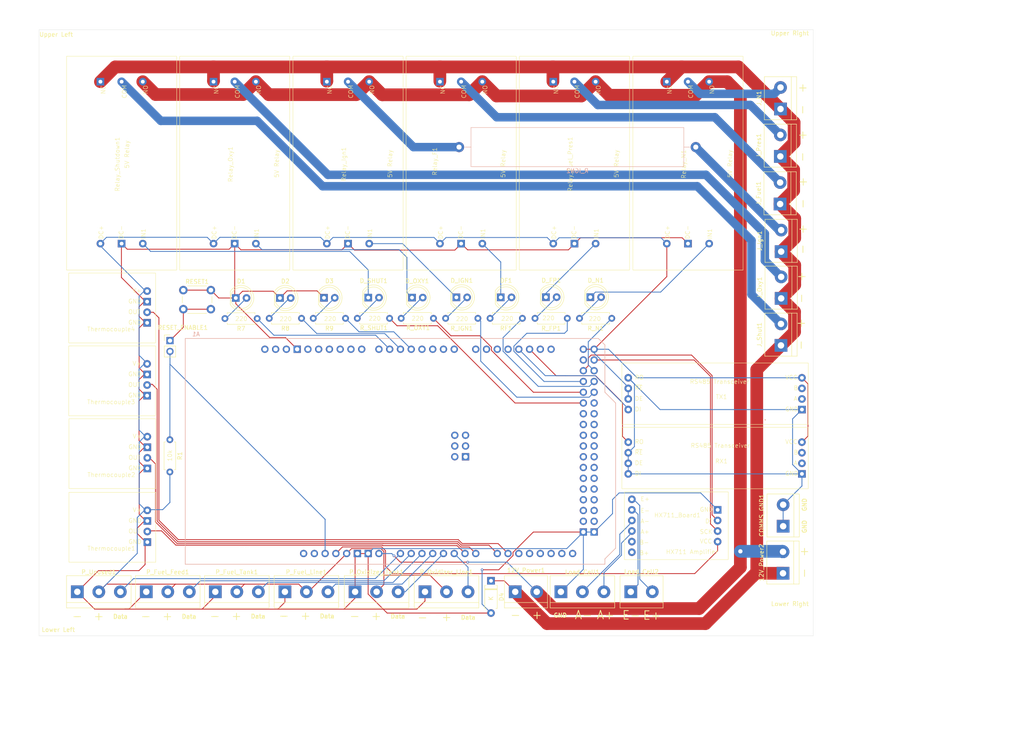
<source format=kicad_pcb>
(kicad_pcb (version 20240108) (generator "pcbnew") (generator_version "8.0")
  (title_block (title "Hole Placement Diagram") (date "2025-02-08") (rev "1.0.0"))
  (layers (0 "F.Cu" signal) (31 "B.Cu" signal) (34 "B.Paste" user) (35 "F.Paste" user) (36 "B.SilkS" user "B.Silkscreen") (37 "F.SilkS" user "F.Silkscreen") (38 "B.Mask" user) (39 "F.Mask" user) (44 "Edge.Cuts" user))
  (net 0 "")
  (net 1 "Net-(12V_Power1-Pin_1)")
  (net 5 "Net-(A1-PadD29)")
  (net 7 "Net-(A1-PadD4)")
  (net 10 "Net-(P_Fuel_Tank1-Pin_3)")
  (net 17 "Net-(A1-PadD24)")
  (net 22 "Net-(A1-PadD27)")
  (net 25 "Net-(A1-D19{slash}RX1)")
  (net 32 "Net-(A1-PadA7)")
  (net 33 "Net-(P_Oxidizer_Line1-Pin_3)")
  (net 37 "Net-(A1-RESET)")
  (net 39 "Net-(A1-PadD5)")
  (net 41 "Net-(A1-PadA8)")
  (net 42 "Net-(A1-PadD23)")
  (net 43 "Net-(P_Fuel_Line1-Pin_3)")
  (net 45 "Net-(P_Oxidizer_Tank1-Pin_3)")
  (net 49 "Net-(A1-PadD28)")
  (net 52 "Net-(A1-PadD25)")
  (net 53 "Net-(A1-PadD26)")
  (net 54 "Net-(A1-3.3V)")
  (net 55 "Net-(A1-PadA6)")
  (net 56 "Net-(P_Unused1-Pin_3)")
  (net 58 "Net-(A1-D18{slash}TX1)")
  (net 67 "Net-(P_Fuel_Feed1-Pin_2)")
  (net 71 "Net-(A1-PadD6)")
  (net 79 "Net-(A1-PadA9)")
  (net 82 "Net-(A1-PadD30)")
  (net 84 "Net-(P_Fuel_Feed1-Pin_3)")
  (net 85 "Net-(COMMS_GND1-Pin_1)")
  (net 86 "Net-(D1-A)")
  (net 87 "Net-(D2-A)")
  (net 88 "Net-(D3-A)")
  (net 89 "Net-(DF1-K)")
  (net 90 "Net-(DF1-A)")
  (net 91 "Net-(D_FP1-K)")
  (net 92 "Net-(D_FP1-A)")
  (net 93 "Net-(D_N1-A)")
  (net 94 "Net-(D_N1-K)")
  (net 95 "Net-(D_OXY1-A)")
  (net 96 "Net-(D_OXY1-K)")
  (net 98 "Net-(Load_Cell2-Pin_1)")
  (net 100 "Net-(Load_Cell2-Pin_2)")
  (net 101 "Net-(Load_Cell1-Pin_3)")
  (net 102 "Net-(J_Fuel1-Pin_2)")
  (net 103 "Net-(J_N1-Pin_2)")
  (net 104 "Net-(J_Oxy1-Pin_2)")
  (net 105 "Net-(J_Pres1-Pin_2)")
  (net 106 "Net-(R_IGN2-Pad1)")
  (net 107 "RS485 RX A")
  (net 108 "RS485 RX B")
  (net 109 "RS485 TX A")
  (net 110 "RS485 TX B")
  (net 111 "Net-(12V_Power1-Pin_2)")
  (net 112 "Net-(Load_Cell1-Pin_2)")
  (net 113 "Net-(J_Ign1-Pin_2)")
  (net 114 "Net-(J_Shut1-Pin_2)")
  (net 115 "Net-(D1-K)")
  (net 116 "Net-(D_IGN1-K)")
  (net 117 "Net-(D_IGN1-A)")
  (net 118 "Net-(D_SHUT1-A)")
  (net 119 "Net-(D_SHUT1-K)")
  (net 120 "Net-(RESET_ENABLE1-A)")
  (footprint "ValveControl:Relay" (layer "F.Cu") (at 78.5 52 90)
    (property "Reference" "Relay_Oxy1")
    (property "Value" "~")
  )
  (footprint "TerminalBlock:TerminalBlock_bornier-3_P5.08mm" (layer "F.Cu") (at 90.85 153)
    (property "Reference" "P_Fuel_Line1")
    (property "Value" "Pressure Transducer")
  )
  (footprint "ValveControl:Relay" (layer "F.Cu") (at 185.5 52 90)
    (property "Reference" "Relay_N1")
    (property "Value" "~")
  )
  (footprint "TerminalBlock:TerminalBlock_bornier-2_P5.08mm" (layer "F.Cu") (at 207.85 38.95 90)
    (property "Reference" "J_N1")
    (property "Value" "Nitrogen Valve")
  )
  (footprint "Communications:RS485_Transceiver" (layer "F.Cu") (at 193.9 107.45)
    (property "Reference" "TX1")
    (property "Value" "TX_MAX485")
  )
  (footprint "ValveControl:Relay" (layer "F.Cu") (at 105.25 52 90)
    (property "Reference" "Relay_Ign1")
    (property "Value" "~")
  )
  (footprint "TerminalBlock:TerminalBlock_bornier-2_P5.08mm" (layer "F.Cu") (at 208 83.69 90)
    (property "Reference" "J_Oxy1")
    (property "Value" "Oxidizer")
  )
  (footprint "MountingHole:MountingHole_2.1mm" (layer "F.Cu") (at 211.15 24.25)
    (property "Reference" "Upper Right")
    (property "Value" "MountingHole_2.1mm")
  )
  (footprint "Connector_PinHeader_2.54mm:PinHeader_1x02_P2.54mm_Vertical" (layer "F.Cu") (at 63.72 93.67)
    (property "Reference" "RESET_ENABLE1")
    (property "Value" "Jumper_2_Open")
  )
  (footprint "TerminalBlock:TerminalBlock_bornier-2_P5.08mm" (layer "F.Cu") (at 172.5 153)
    (property "Reference" "Load_Cell2")
    (property "Value" "Screw_Terminal_01x02")
  )
  (footprint "MountingHole:MountingHole_2.1mm" (layer "F.Cu") (at 36.85 24.25)
    (property "Reference" "Upper Left")
    (property "Value" "MountingHole_2.1mm")
  )
  (footprint "Resistor_THT:R_Axial_DIN0207_L6.3mm_D2.5mm_P7.62mm_Horizontal" (layer "F.Cu") (at 115.56 88.4 180)
    (property "Reference" "R_SHUT1")
    (property "Value" "R")
  )
  (footprint "Resistor_THT:R_Axial_DIN0207_L6.3mm_D2.5mm_P7.62mm_Horizontal" (layer "F.Cu") (at 139.29 88.4)
    (property "Reference" "RF1")
    (property "Value" "R")
  )
  (footprint "Sensors:AD8495" (layer "F.Cu") (at 49.82 102.16)
    (property "Reference" "Thermocouple3")
    (property "Value" "~" (hide yes))
  )
  (footprint "ValveControl:Relay" (layer "F.Cu") (at 51.8 52 90)
    (property "Reference" "Relay_Shutdown1")
    (property "Value" "~")
  )
  (footprint "TerminalBlock:TerminalBlock_bornier-2_P5.08mm" (layer "F.Cu") (at 208.47 137.51 90)
    (property "Reference" "COMMS_GND1")
    (property "Value" "GND")
  )
  (footprint "LED_THT:LED_D5.0mm" (layer "F.Cu") (at 89.675 83.6)
    (property "Reference" "D2")
    (property "Value" "LED")
  )
  (footprint "LED_THT:LED_D5.0mm" (layer "F.Cu") (at 110.525 83.5)
    (property "Reference" "D_SHUT1")
    (property "Value" "LED")
  )
  (footprint "Resistor_THT:R_Axial_DIN0207_L6.3mm_D2.5mm_P7.62mm_Horizontal" (layer "F.Cu") (at 168.01 88.4 180)
    (property "Reference" "R_N1")
    (property "Value" "R")
  )
  (footprint "MountingHole:MountingHole_2.1mm" (layer "F.Cu") (at 125.05 23.8)
    (property "Reference" "REF**" (hide yes))
    (property "Value" "MountingHole_2.1mm")
  )
  (footprint "TerminalBlock:TerminalBlock_bornier-3_P5.08mm" (layer "F.Cu") (at 74.42 153)
    (property "Reference" "P_Fuel_Tank1")
    (property "Value" "Pressure Transducer")
  )
  (footprint "Resistor_THT:R_Axial_DIN0207_L6.3mm_D2.5mm_P7.62mm_Horizontal" (layer "F.Cu") (at 157.51 88.4 180)
    (property "Reference" "R_FP1")
    (property "Value" "R")
  )
  (footprint "Communications:RS485_Transceiver" (layer "F.Cu") (at 193.9 122.65)
    (property "Reference" "RX1")
    (property "Value" "RX_MAX485")
  )
  (footprint "Resistor_THT:R_Axial_DIN0207_L6.3mm_D2.5mm_P7.62mm_Horizontal" (layer "F.Cu") (at 136.41 88.4 180)
    (property "Reference" "R_IGN1")
    (property "Value" "R200")
  )
  (footprint "LED_THT:LED_D5.0mm" (layer "F.Cu") (at 141.8 83.45)
    (property "Reference" "DF1")
    (property "Value" "LED")
  )
  (footprint "TerminalBlock:TerminalBlock_bornier-3_P5.08mm" (layer "F.Cu") (at 58.12 153)
    (property "Reference" "P_Fuel_Feed1")
    (property "Value" "Pressure Transducer")
  )
  (footprint "Resistor_THT:R_Axial_DIN0207_L6.3mm_D2.5mm_P7.62mm_Horizontal" (layer "F.Cu") (at 105.16 88.4 180)
    (property "Reference" "R9")
    (property "Value" "R")
  )
  (footprint "LED_THT:LED_D5.0mm" (layer "F.Cu") (at 100.075 83.55)
    (property "Reference" "D3")
    (property "Value" "LED")
  )
  (footprint "Resistor_THT:R_Axial_DIN0207_L6.3mm_D2.5mm_P7.62mm_Horizontal" (layer "F.Cu") (at 94.77 88.4 180)
    (property "Reference" "R8")
    (property "Value" "R")
  )
  (footprint "TerminalBlock:TerminalBlock_bornier-2_P5.08mm" (layer "F.Cu") (at 145.22 153)
    (property "Reference" "12V_Power1")
    (property "Value" "12V Power")
  )
  (footprint "Sensors:AD8495" (layer "F.Cu") (at 49.82 84.96)
    (property "Reference" "Thermocouple4")
    (property "Value" "~" (hide yes))
  )
  (footprint "TerminalBlock:TerminalBlock_bornier-2_P5.08mm" (layer "F.Cu") (at 208 72.64 90)
    (property "Reference" "J_Ign1")
    (property "Value" "Igniter")
  )
  (footprint "Resistor_THT:R_Axial_DIN0207_L6.3mm_D2.5mm_P7.62mm_Horizontal" (layer "F.Cu") (at 84.31 88.45 180)
    (property "Reference" "R7")
    (property "Value" "R")
  )
  (footprint "TerminalBlock:TerminalBlock_bornier-3_P5.08mm" (layer "F.Cu") (at 107.42 153)
    (property "Reference" "P_Oxidizer_Tank1")
    (property "Value" "Pressure Transducer")
  )
  (footprint "LED_THT:LED_D5.0mm" (layer "F.Cu") (at 120.85 83.5)
    (property "Reference" "D_OXY1")
    (property "Value" "LED")
  )
  (footprint "Button_Switch_THT:SW_PUSH_6mm" (layer "F.Cu") (at 66.87 81.74)
    (property "Reference" "RESET1")
    (property "Value" "Reset")
  )
  (footprint "TerminalBlock:TerminalBlock_bornier-3_P5.08mm" (layer "F.Cu") (at 156 153)
    (property "Reference" "Load_Cell1")
    (property "Value" "Screw_Terminal_01x03")
  )
  (footprint "Resistor_THT:R_Axial_DIN0207_L6.3mm_D2.5mm_P7.62mm_Horizontal" (layer "F.Cu") (at 63.69 117.07 -90)
    (property "Reference" "R1")
    (property "Value" "R")
  )
  (footprint "Sensors:HX711" (layer "F.Cu") (at 183.5 135.4)
    (property "Reference" "HX711_Board1")
    (property "Value" "~")
  )
  (footprint "ValveControl:Relay" (layer "F.Cu") (at 158.7 52 90)
    (property "Reference" "Relay_Fuel_Pres1")
    (property "Value" "~")
  )
  (footprint "ValveControl:Relay" (layer "F.Cu") (at 131.95 52 90)
    (property "Reference" "Relay_F1")
    (property "Value" "~")
  )
  (footprint "TerminalBlock:TerminalBlock_bornier-2_P5.08mm" (layer "F.Cu") (at 207.8 50.15 90)
    (property "Reference" "J_Pres1")
    (property "Value" "Fuel Pressuization")
  )
  (footprint "TerminalBlock:TerminalBlock_bornier-2_P5.08mm" (layer "F.Cu") (at 207.75 61.4 90)
    (property "Reference" "J_Fuel1")
    (property "Value" "Fuel")
  )
  (footprint "Sensors:AD8495" (layer "F.Cu") (at 49.87 119.36)
    (property "Reference" "Thermocouple2")
    (property "Value" "~" (hide yes))
  )
  (footprint "MountingHole:MountingHole_2.1mm" (layer "F.Cu") (at 36.85 159.35)
    (property "Reference" "Lower Left")
    (property "Value" "MountingHole_2.1mm")
  )
  (footprint "Resistor_THT:R_Axial_DIN0207_L6.3mm_D2.5mm_P7.62mm_Horizontal" (layer "F.Cu") (at 118.3 88.4)
    (property "Reference" "R_OXY1")
    (property "Value" "R")
  )
  (footprint "LED_THT:LED_D5.0mm" (layer "F.Cu") (at 79.25 83.6)
    (property "Reference" "D1")
    (property "Value" "LED")
  )
  (footprint "LED_THT:LED_D5.0mm" (layer "F.Cu") (at 162.95 83.4)
    (property "Reference" "D_N1")
    (property "Value" "LED")
  )
  (footprint "TerminalBlock:TerminalBlock_bornier-2_P5.08mm" (layer "F.Cu") (at 208.43 148.63 90)
    (property "Reference" "12V_Power2")
    (property "Value" "12V Aux Power")
  )
  (footprint "Diode_THT:D_A-405_P7.62mm_Horizontal" (layer "F.Cu") (at 139.5 150.4 -90)
    (property "Reference" "D4")
    (property "Value" "D")
  )
  (footprint "Arduino:Arduino_Mega2560_R3_Shield" (layer "F.Cu") (at 67.324 146.5)
    (property "Reference" "A1")
    (property "Value" "Arduino_Mega2560_R3_Shield")
  )
  (footprint "LED_THT:LED_D5.0mm" (layer "F.Cu") (at 131.325 83.45)
    (property "Reference" "D_IGN1")
    (property "Value" "LED")
  )
  (footprint "TerminalBlock:TerminalBlock_bornier-3_P5.08mm" (layer "F.Cu") (at 41.84 153)
    (property "Reference" "P_Unused1")
    (property "Value" "Pressure Transducer")
  )
  (footprint "TerminalBlock:TerminalBlock_bornier-2_P5.08mm" (layer "F.Cu") (at 207.95 94.8 90)
    (property "Reference" "J_Shut1")
    (property "Value" "Shutdown Valve")
  )
  (footprint "MountingHole:MountingHole_2.1mm" (layer "F.Cu") (at 211.15 159.35)
    (property "Reference" "Lower Right")
    (property "Value" "MountingHole_2.1mm")
  )
  (footprint "Sensors:AD8495" (layer "F.Cu") (at 49.87 136.76)
    (property "Reference" "Thermocouple1")
    (property "Value" "~" (hide yes))
  )
  (footprint "LED_THT:LED_D5.0mm" (layer "F.Cu") (at 152.46 83.4)
    (property "Reference" "D_FP1")
    (property "Value" "LED")
  )
  (footprint "MountingHole:MountingHole_2.1mm" (layer "F.Cu") (at 125.95 159.85)
    (property "Reference" "REF**" (hide yes))
    (property "Value" "MountingHole_2.1mm" (hide yes))
  )
  (footprint "TerminalBlock:TerminalBlock_bornier-3_P5.08mm" (layer "F.Cu") (at 123.92 153)
    (property "Reference" "P_Oxidizer_Line1")
    (property "Value" "Pressure Transducer")
  )
  (footprint "Resistor_THT:R_Axial_Power_L50.0mm_W9.0mm_P55.88mm" (layer "B.Cu") (at 131.96 47.95)
    (property "Reference" "R_IGN2")
    (property "Value" "10R 10W")
  )
  (gr_rect (start 32.8 20.2) (end 215.58 163.4) (stroke (width 0.05)) (fill none) (layer "Edge.Cuts"))
  (gr_text "220" (at 89.54 89.13 0) (layer "F.SilkS") (effects (font (size 1 1) (thickness 0.1)) (justify left bottom)))
  (gr_text "+" (at 211.8 68.35 0) (layer "F.SilkS") (effects (font (size 2 2) (thickness 0.2)) (justify left bottom)))
  (gr_text "Data\n\n" (at 66.4 161.05 0) (layer "F.SilkS") (effects (font (size 1 1) (thickness 0.2) (bold yes)) (justify left bottom)))
  (gr_text "+\n" (at 78.05 159.85 0) (layer "F.SilkS") (effects (font (size 2 2) (thickness 0.2)) (justify left bottom)))
  (gr_text "+\n" (at 149 159.6 0) (layer "F.SilkS") (effects (font (size 2 2) (thickness 0.2)) (justify left bottom)))
  (gr_text "220" (at 100.02 89.09 0) (layer "F.SilkS") (effects (font (size 1 1) (thickness 0.1)) (justify left bottom)))
  (gr_text "A-" (at 159.15 159.65 0) (layer "F.SilkS") (effects (font (size 2 2) (thickness 0.2)) (justify left bottom)))
  (gr_text "Data\n\n" (at 82.7 161 0) (layer "F.SilkS") (effects (font (size 1 1) (thickness 0.2) (bold yes)) (justify left bottom)))
  (gr_text "220" (at 131.17 89.11 0) (layer "F.SilkS") (effects (font (size 1 1) (thickness 0.1)) (justify left bottom)))
  (gr_text "Data\n\n" (at 50.2 161.05 0) (layer "F.SilkS") (effects (font (size 1 1) (thickness 0.2) (bold yes)) (justify left bottom)))
  (gr_text "-\n" (at 56.65 159.9 0) (layer "F.SilkS") (effects (font (size 2 2) (thickness 0.2)) (justify left bottom)))
  (gr_text "+\n" (at 127.65 160.1 0) (layer "F.SilkS") (effects (font (size 2 2) (thickness 0.2)) (justify left bottom)))
  (gr_text "220" (at 120.69 89.02 0) (layer "F.SilkS") (effects (font (size 1 1) (thickness 0.1)) (justify left bottom)))
  (gr_text "-" (at 214.2 62.7 90) (layer "F.SilkS") (effects (font (size 2 2) (thickness 0.2)) (justify left bottom)))
  (gr_text "+" (at 211.85 57.2 0) (layer "F.SilkS") (effects (font (size 2 2) (thickness 0.2)) (justify left bottom)))
  (gr_text "GND" (at 214.09 134.08 90) (layer "F.SilkS") (effects (font (size 1 1) (thickness 0.2)) (justify left bottom)))
  (gr_text "-" (at 213.85 85.05 90) (layer "F.SilkS") (effects (font (size 2 2) (thickness 0.2)) (justify left bottom)))
  (gr_text "-" (at 214.1 51.65 90) (layer "F.SilkS") (effects (font (size 2 2) (thickness 0.2)) (justify left bottom)))
  (gr_text "220" (at 162.52 89.09 0) (layer "F.SilkS") (effects (font (size 1 1) (thickness 0.1)) (justify left bottom)))
  (gr_text "-" (at 213.75 96.1 90) (layer "F.SilkS") (effects (font (size 2 2) (thickness 0.2)) (justify left bottom)))
  (gr_text "+\n" (at 45.55 159.9 0) (layer "F.SilkS") (effects (font (size 2 2) (thickness 0.2)) (justify left bottom)))
  (gr_text "GND" (at 214.09 139.26 90) (layer "F.SilkS") (effects (font (size 1 1) (thickness 0.2)) (justify left bottom)))
  (gr_text "+\n" (at 111.05 159.85 0) (layer "F.SilkS") (effects (font (size 2 2) (thickness 0.2)) (justify left bottom)))
  (gr_text "Data\n\n" (at 115.7 161 0) (layer "F.SilkS") (effects (font (size 1 1) (thickness 0.2) (bold yes)) (justify left bottom)))
  (gr_text "A+\n" (at 164.35 159.65 0) (layer "F.SilkS") (effects (font (size 2 2) (thickness 0.2) (bold yes)) (justify left bottom)))
  (gr_text "Data\n\n" (at 132.3 161.25 0) (layer "F.SilkS") (effects (font (size 1 1) (thickness 0.2) (bold yes)) (justify left bottom)))
  (gr_text "220" (at 79.06 89.09 0) (layer "F.SilkS") (effects (font (size 1 1) (thickness 0.1)) (justify left bottom)))
  (gr_text "-\n" (at 105.95 159.85 0) (layer "F.SilkS") (effects (font (size 2 2) (thickness 0.2)) (justify left bottom)))
  (gr_text "-\n" (at 143.9 159.6 0) (layer "F.SilkS") (effects (font (size 2 2) (thickness 0.2)) (justify left bottom)))
  (gr_text "E+" (at 175.25 159.75 0) (layer "F.SilkS") (effects (font (size 2 2) (thickness 0.2) (bold yes)) (justify left bottom)))
  (gr_text "E-\n" (at 170.35 159.7 0) (layer "F.SilkS") (effects (font (size 2 2) (thickness 0.2)) (justify left bottom)))
  (gr_text "-" (at 214.1 40.5 90) (layer "F.SilkS") (effects (font (size 2 2) (thickness 0.2)) (justify left bottom)))
  (gr_text "+\n" (at 94.35 159.8 0) (layer "F.SilkS") (effects (font (size 2 2) (thickness 0.2)) (justify left bottom)))
  (gr_text "220" (at 151.57 88.94 0) (layer "F.SilkS") (effects (font (size 1 1) (thickness 0.1)) (justify left bottom)))
  (gr_text "Data\n\n" (at 99 160.95 0) (layer "F.SilkS") (effects (font (size 1 1) (thickness 0.2) (bold yes)) (justify left bottom)))
  (gr_text "+\n" (at 214.53 144.87 90) (layer "F.SilkS") (effects (font (size 2 2) (thickness 0.2)) (justify left bottom)))
  (gr_text "220" (at 141.84 89.05 0) (layer "F.SilkS") (effects (font (size 1 1) (thickness 0.1)) (justify left bottom)))
  (gr_text "+" (at 211.75 46.15 0) (layer "F.SilkS") (effects (font (size 2 2) (thickness 0.2)) (justify left bottom)))
  (gr_text "GND" (at 154.2 159.15 0) (layer "F.SilkS") (effects (font (size 1 1) (thickness 0.2)) (justify left bottom)))
  (gr_text "220" (at 110.56 89.02 0) (layer "F.SilkS") (effects (font (size 1 1) (thickness 0.1)) (justify left bottom)))
  (gr_text "-\n" (at 214.53 149.97 90) (layer "F.SilkS") (effects (font (size 2 2) (thickness 0.2)) (justify left bottom)))
  (gr_text "-\n" (at 72.95 159.85 0) (layer "F.SilkS") (effects (font (size 2 2) (thickness 0.2)) (justify left bottom)))
  (gr_text "10k" (at 64.27 122.26 90) (layer "F.SilkS") (effects (font (size 1 1) (thickness 0.1)) (justify left bottom)))
  (gr_text "+" (at 211.4 90.6 0) (layer "F.SilkS") (effects (font (size 2 2) (thickness 0.2)) (justify left bottom)))
  (gr_text "+" (at 211.5 79.55 0) (layer "F.SilkS") (effects (font (size 2 2) (thickness 0.2)) (justify left bottom)))
  (gr_text "-\n" (at 40.45 159.9 0) (layer "F.SilkS") (effects (font (size 2 2) (thickness 0.2)) (justify left bottom)))
  (gr_text "-" (at 214.15 73.45 90) (layer "F.SilkS") (effects (font (size 2 2) (thickness 0.2)) (justify left bottom)))
  (gr_text "+\n" (at 61.75 159.9 0) (layer "F.SilkS") (effects (font (size 2 2) (thickness 0.2)) (justify left bottom)))
  (gr_text "+" (at 211.75 35 0) (layer "F.SilkS") (effects (font (size 2 2) (thickness 0.2)) (justify left bottom)))
  (gr_text "-\n" (at 121.96 160.17 0) (layer "F.SilkS") (effects (font (size 2 2) (thickness 0.2)) (justify left bottom)))
  (gr_text "-\n" (at 89.25 159.8 0) (layer "F.SilkS") (effects (font (size 2 2) (thickness 0.2)) (justify left bottom)))
  (segment (start 207.8 50.15) (end 211.05 46.9) (width 3) (layer "F.Cu") (net 1))
  (segment (start 211.15 86.84) (end 208 83.69) (width 3) (layer "F.Cu") (net 1))
  (segment (start 142.62 150.4) (end 145.22 153) (width 0.2) (layer "F.Cu") (net 1))
  (segment (start 152.73 160.51) (end 190.12 160.51) (width 3) (layer "F.Cu") (net 1))
  (segment (start 211.2 64.85) (end 207.75 61.4) (width 3) (layer "F.Cu") (net 1))
  (segment (start 190.12 160.51) (end 201.175 149.455) (width 3) (layer "F.Cu") (net 1))
  (segment (start 211.2 75.84) (end 208 72.64) (width 3) (layer "F.Cu") (net 1))
  (segment (start 211.2 80.49) (end 211.2 75.84) (width 3) (layer "F.Cu") (net 1))
  (segment (start 145.22 153) (end 152.73 160.51) (width 3) (layer "F.Cu") (net 1))
  (segment (start 127.43 29.01) (end 127.43 32.39) (width 3) (layer "F.Cu") (net 1))
  (segment (start 202.24 148.39) (end 202.24 100.51) (width 3) (layer "F.Cu") (net 1))
  (segment (start 211.05 42.15) (end 207.85 38.95) (width 3) (layer "F.Cu") (net 1))
  (segment (start 197.91 29.01) (end 184.49 29.01) (width 3) (layer "F.Cu") (net 1))
  (segment (start 211.15 91.6) (end 211.15 86.84) (width 3) (layer "F.Cu") (net 1))
  (segment (start 154.12 29.01) (end 154.12 32.42) (width 3) (layer "F.Cu") (net 1))
  (segment (start 207.75 61.4) (end 210.95 58.2) (width 3) (layer "F.Cu") (net 1))
  (segment (start 100.74 29.01) (end 100.74 32.36) (width 3) (layer "F.Cu") (net 1))
  (segment (start 73.99 29.01) (end 73.99 32.33) (width 3) (layer "F.Cu") (net 1))
  (segment (start 127.43 29.01) (end 100.74 29.01) (width 3) (layer "F.Cu") (net 1))
  (segment (start 73.99 29.01) (end 50.79 29.01) (width 3) (layer "F.Cu") (net 1))
  (segment (start 208 72.64) (end 211.2 69.44) (width 3) (layer "F.Cu") (net 1))
  (segment (start 201.175 149.455) (end 202 148.63) (width 3) (layer "F.Cu") (net 1))
  (segment (start 139.5 150.4) (end 142.62 150.4) (width 0.2) (layer "F.Cu") (net 1))
  (segment (start 202.24 100.51) (end 207.95 94.8) (width 3) (layer "F.Cu") (net 1))
  (segment (start 73.99 32.33) (end 74 32.33) (width 3) (layer "F.Cu") (net 1))
  (segment (start 184.49 29.01) (end 154.12 29.01) (width 3) (layer "F.Cu") (net 1))
  (segment (start 210.95 53.3) (end 207.8 50.15) (width 3) (layer "F.Cu") (net 1))
  (segment (start 201.175 149.455) (end 202.24 148.39) (width 3) (layer "F.Cu") (net 1))
  (segment (start 184.49 29.01) (end 181 32.5) (width 3) (layer "F.Cu") (net 1))
  (segment (start 210.95 58.2) (end 210.95 53.3) (width 3) (layer "F.Cu") (net 1))
  (segment (start 208 83.69) (end 211.2 80.49) (width 3) (layer "F.Cu") (net 1))
  (segment (start 100.74 32.36) (end 100.75 32.36) (width 3) (layer "F.Cu") (net 1))
  (segment (start 202 148.63) (end 208.43 148.63) (width 3) (layer "F.Cu") (net 1))
  (segment (start 207.85 38.95) (end 197.91 29.01) (width 3) (layer "F.Cu") (net 1))
  (segment (start 50.79 29.01) (end 47.3 32.5) (width 3) (layer "F.Cu") (net 1))
  (segment (start 207.95 94.8) (end 211.15 91.6) (width 3) (layer "F.Cu") (net 1))
  (segment (start 211.05 46.9) (end 211.05 42.15) (width 3) (layer "F.Cu") (net 1))
  (segment (start 154.12 29.01) (end 127.43 29.01) (width 3) (layer "F.Cu") (net 1))
  (segment (start 211.2 69.44) (end 211.2 64.85) (width 3) (layer "F.Cu") (net 1))
  (segment (start 100.74 29.01) (end 73.99 29.01) (width 3) (layer "F.Cu") (net 1))
  (segment (start 162.6804 107.0236) (end 145.582021 107.0236) (width 0.2) (layer "B.Cu") (net 5))
  (segment (start 137.0676 98.509179) (end 137.0676 89.0576) (width 0.2) (layer "B.Cu") (net 5))
  (segment (start 137.0676 89.0576) (end 136.41 88.4) (width 0.2) (layer "B.Cu") (net 5))
  (segment (start 145.582021 107.0236) (end 137.0676 98.509179) (width 0.2) (layer "B.Cu") (net 5))
  (segment (start 163.844 105.86) (end 162.6804 107.0236) (width 0.2) (layer "B.Cu") (net 5))
  (segment (start 108.35 91.59) (end 116.554 91.59) (width 0.2) (layer "B.Cu") (net 7))
  (segment (start 116.554 91.59) (end 120.664 95.7) (width 0.2) (layer "B.Cu") (net 7))
  (segment (start 105.16 88.4) (end 108.35 91.59) (width 0.2) (layer "B.Cu") (net 7))
  (segment (start 86.78 150.8) (end 116.364 150.8) (width 0.2) (layer "B.Cu") (net 10))
  (segment (start 116.364 150.8) (end 123.204 143.96) (width 0.2) (layer "B.Cu") (net 10))
  (segment (start 84.58 153) (end 86.78 150.8) (width 0.2) (layer "B.Cu") (net 10))
  (segment (start 162.4676 97.758021) (end 162.4676 99.6164) (width 0.2) (layer "F.Cu") (net 17))
  (segment (start 163.149221 97.0764) (end 162.4676 97.758021) (width 0.2) (layer "F.Cu") (net 17))
  (segment (start 162.4676 99.6164) (end 161.304 100.78) (width 0.2) (layer "F.Cu") (net 17))
  (segment (start 191.7 101.934314) (end 186.842086 97.0764) (width 0.2) (layer "F.Cu") (net 17))
  (segment (start 186.842086 97.0764) (end 163.149221 97.0764) (width 0.2) (layer "F.Cu") (net 17))
  (segment (start 191.7 134.85) (end 191.7 101.934314) (width 0.2) (layer "F.Cu") (net 17))
  (segment (start 193 136.15) (end 191.7 134.85) (width 0.2) (layer "F.Cu") (net 17))
  (segment (start 162.6804 104.4836) (end 150.662021 104.4836) (width 0.2) (layer "B.Cu") (net 22))
  (segment (start 150.662021 104.4836) (end 142.3604 96.181979) (width 0.2) (layer "B.Cu") (net 22))
  (segment (start 142.3604 92.9496) (end 146.91 88.4) (width 0.2) (layer "B.Cu") (net 22))
  (segment (start 142.3604 96.181979) (end 142.3604 92.9496) (width 0.2) (layer "B.Cu") (net 22))
  (segment (start 163.844 103.32) (end 162.6804 104.4836) (width 0.2) (layer "B.Cu") (net 22))
  (segment (start 164.18 101.9436) (end 154.8476 101.9436) (width 0.2) (layer "F.Cu") (net 25))
  (segment (start 171.9 117.65) (end 170.55 116.3) (width 0.2) (layer "F.Cu") (net 25))
  (segment (start 170.55 116.3) (end 170.55 108.3136) (width 0.2) (layer "F.Cu") (net 25))
  (segment (start 154.8476 101.9436) (end 148.604 95.7) (width 0.2) (layer "F.Cu") (net 25))
  (segment (start 170.55 108.3136) (end 164.18 101.9436) (width 0.2) (layer "F.Cu") (net 25))
  (segment (start 114.046635 141.62) (end 131.589686 141.62) (width 0.2) (layer "F.Cu") (net 32))
  (segment (start 114.023035 141.5964) (end 114.046635 141.62) (width 0.2) (layer "F.Cu") (net 32))
  (segment (start 60.3 122.78) (end 60.3 136.5) (width 0.2) (layer "F.Cu") (net 32))
  (segment (start 132.384843 142.415157) (end 134.359157 142.415157) (width 0.2) (layer "F.Cu") (net 32))
  (segment (start 60.3 136.5) (end 65.3964 141.5964) (width 0.2) (layer "F.Cu") (net 32))
  (segment (start 65.3964 141.5964) (end 114.023035 141.5964) (width 0.2) (layer "F.Cu") (net 32))
  (segment (start 131.589686 141.62) (end 132.384843 142.415157) (width 0.2) (layer "F.Cu") (net 32))
  (segment (start 134.359157 142.415157) (end 135.904 143.96) (width 0.2) (layer "F.Cu") (net 32))
  (segment (start 58.72 121.2) (end 60.3 122.78) (width 0.2) (layer "F.Cu") (net 32))
  (segment (start 57.85 121.2) (end 58.72 121.2) (width 0.2) (layer "F.Cu") (net 32))
  (segment (start 134.08 147.216) (end 130.824 143.96) (width 0.2) (layer "B.Cu") (net 33))
  (segment (start 134.08 153) (end 134.08 147.216) (width 0.2) (layer "B.Cu") (net 33))
  (segment (start 100.344 135.936) (end 100.37 135.91) (width 0.2) (layer "B.Cu") (net 37))
  (segment (start 63.69 117.07) (end 63.69 99.29) (width 0.2) (layer "B.Cu") (net 37))
  (segment (start 63.69 99.29) (end 63.72 99.26) (width 0.2) (layer "B.Cu") (net 37))
  (segment (start 100.37 135.91) (end 63.72 99.26) (width 0.2) (layer "B.Cu") (net 37))
  (segment (start 63.72 99.26) (end 63.72 96.21) (width 0.2) (layer "B.Cu") (net 37))
  (segment (start 100.344 143.96) (end 100.344 135.936) (width 0.2) (layer "B.Cu") (net 37))
  (segment (start 98.36 91.99) (end 114.414 91.99) (width 0.2) (layer "B.Cu") (net 39))
  (segment (start 114.414 91.99) (end 118.124 95.7) (width 0.2) (layer "B.Cu") (net 39))
  (segment (start 94.77 88.4) (end 98.36 91.99) (width 0.2) (layer "B.Cu") (net 39))
  (segment (start 65.59 141.19) (end 131.725372 141.19) (width 0.2) (layer "F.Cu") (net 41))
  (segment (start 132.535372 142) (end 139.024 142) (width 0.2) (layer "F.Cu") (net 41))
  (segment (start 60.7 105.15) (end 60.7 136.3) (width 0.2) (layer "F.Cu") (net 41))
  (segment (start 139.024 142) (end 140.984 143.96) (width 0.2) (layer "F.Cu") (net 41))
  (segment (start 131.725372 141.19) (end 132.535372 142) (width 0.2) (layer "F.Cu") (net 41))
  (segment (start 59.55 104) (end 60.7 105.15) (width 0.2) (layer "F.Cu") (net 41))
  (segment (start 60.7 136.3) (end 65.59 141.19) (width 0.2) (layer "F.Cu") (net 41))
  (segment (start 57.8 104) (end 59.55 104) (width 0.2) (layer "F.Cu") (net 41))
  (segment (start 187.44 98.24) (end 191.3 102.1) (width 0.2) (layer "F.Cu") (net 42))
  (segment (start 163.844 98.24) (end 187.44 98.24) (width 0.2) (layer "F.Cu") (net 42))
  (segment (start 191.3 102.1) (end 191.3 136.95) (width 0.2) (layer "F.Cu") (net 42))
  (segment (start 191.3 136.95) (end 193 138.65) (width 0.2) (layer "F.Cu") (net 42))
  (segment (start 118.504 151.2) (end 125.744 143.96) (width 0.2) (layer "B.Cu") (net 43))
  (segment (start 101 153) (end 102.8 151.2) (width 0.2) (layer "B.Cu") (net 43))
  (segment (start 102.8 151.2) (end 118.504 151.2) (width 0.2) (layer "B.Cu") (net 43))
  (segment (start 117.58 153) (end 119.244 153) (width 0.2) (layer "B.Cu") (net 45))
  (segment (start 119.244 153) (end 128.284 143.96) (width 0.2) (layer "B.Cu") (net 45))
  (segment (start 139.6076 95.969179) (end 139.6076 95.218021) (width 0.2) (layer "F.Cu") (net 49))
  (segment (start 149.498421 105.86) (end 139.6076 95.969179) (width 0.2) (layer "F.Cu") (net 49))
  (segment (start 136.909579 92.52) (end 130.04 92.52) (width 0.2) (layer "F.Cu") (net 49))
  (segment (start 161.304 105.86) (end 149.498421 105.86) (width 0.2) (layer "F.Cu") (net 49))
  (segment (start 139.6076 95.218021) (end 136.909579 92.52) (width 0.2) (layer "F.Cu") (net 49))
  (segment (start 130.04 92.52) (end 125.92 88.4) (width 0.2) (layer "F.Cu") (net 49))
  (segment (start 163.844 100.78) (end 162.4676 99.4036) (width 0.2) (layer "B.Cu") (net 52))
  (segment (start 162.4676 99.4036) (end 162.4676 93.9424) (width 0.2) (layer "B.Cu") (net 52))
  (segment (start 162.4676 93.9424) (end 168.01 88.4) (width 0.2) (layer "B.Cu") (net 52))
  (segment (start 144.9004 94.9796) (end 147.95 91.93) (width 0.2) (layer "B.Cu") (net 53))
  (segment (start 152.038421 103.32) (end 144.9004 96.181979) (width 0.2) (layer "B.Cu") (net 53))
  (segment (start 161.304 103.32) (end 152.038421 103.32) (width 0.2) (layer "B.Cu") (net 53))
  (segment (start 144.9004 96.181979) (end 144.9004 94.9796) (width 0.2) (layer "B.Cu") (net 53))
  (segment (start 157.51 91.28) (end 157.51 88.4) (width 0.2) (layer "B.Cu") (net 53))
  (segment (start 147.95 91.93) (end 156.86 91.93) (width 0.2) (layer "B.Cu") (net 53))
  (segment (start 156.86 91.93) (end 157.51 91.28) (width 0.2) (layer "B.Cu") (net 53))
  (segment (start 114.6076 147.0076) (end 114.6076 143.312335) (width 0.2) (layer "F.Cu") (net 54))
  (segment (start 116.3 148.7) (end 114.6076 147.0076) (width 0.2) (layer "F.Cu") (net 54))
  (segment (start 114.6076 143.312335) (end 113.691665 142.3964) (width 0.2) (layer "F.Cu") (net 54))
  (segment (start 187.6 148.7) (end 116.3 148.7) (width 0.2) (layer "F.Cu") (net 54))
  (segment (start 104.4476 142.3964) (end 102.884 143.96) (width 0.2) (layer "F.Cu") (net 54))
  (segment (start 193 143.3) (end 187.6 148.7) (width 0.2) (layer "F.Cu") (net 54))
  (segment (start 113.691665 142.3964) (end 104.4476 142.3964) (width 0.2) (layer "F.Cu") (net 54))
  (segment (start 193 141.15) (end 193 143.3) (width 0.2) (layer "F.Cu") (net 54))
  (segment (start 57.85 138.6) (end 61.73 138.6) (width 0.2) (layer "F.Cu") (net 55))
  (segment (start 65.1264 141.9964) (end 113.85735 141.9964) (width 0.2) (layer "F.Cu") (net 55))
  (segment (start 113.85735 141.9964) (end 113.95095 142.09) (width 0.2) (layer "F.Cu") (net 55))
  (segment (start 113.95095 142.09) (end 131.494 142.09) (width 0.2) (layer "F.Cu") (net 55))
  (segment (start 61.73 138.6) (end 65.1264 141.9964) (width 0.2) (layer "F.Cu") (net 55))
  (segment (start 131.494 142.09) (end 133.364 143.96) (width 0.2) (layer "F.Cu") (net 55))
  (segment (start 112.184 149.9) (end 118.124 143.96) (width 0.2) (layer "B.Cu") (net 56))
  (segment (start 52 153) (end 55.1 149.9) (width 0.2) (layer "B.Cu") (net 56))
  (segment (start 55.1 149.9) (end 112.184 149.9) (width 0.2) (layer "B.Cu") (net 56))
  (segment (start 164.113179 101.9436) (end 157.1636 101.9436) (width 0.2) (layer "B.Cu") (net 58))
  (segment (start 171.9 109.95) (end 171.9 109.730421) (width 0.2) (layer "B.Cu") (net 58))
  (segment (start 152.304 101.94) (end 146.064 95.7) (width 0.2) (layer "B.Cu") (net 58))
  (segment (start 157.1636 101.9436) (end 157.16 101.94) (width 0.2) (layer "B.Cu") (net 58))
  (segment (start 171.9 109.730421) (end 164.113179 101.9436) (width 0.2) (layer "B.Cu") (net 58))
  (segment (start 157.16 101.94) (end 152.304 101.94) (width 0.2) (layer "B.Cu") (net 58))
  (segment (start 171.9 109.95) (end 171.9 109.100001) (width 0.2) (layer "B.Cu") (net 58))
  (segment (start 214.33 103.88) (end 212.9 102.45) (width 0.2) (layer "F.Cu") (net 67))
  (segment (start 48.72 151.2) (end 46.92 153) (width 0.2) (layer "F.Cu") (net 67))
  (segment (start 114.2076 143.478021) (end 114.2076 149.1) (width 0.2) (layer "F.Cu") (net 67))
  (segment (start 212.9 117.65) (end 214.33 116.22) (width 0.2) (layer "F.Cu") (net 67))
  (segment (start 114.2076 149.1) (end 114.2076 151.2924) (width 0.2) (layer "F.Cu") (net 67))
  (segment (start 105.424 143.96) (end 106.5876 142.7964) (width 0.2) (layer "F.Cu") (net 67))
  (segment (start 81.3 151.2) (end 79.5 153) (width 0.2) (layer "F.Cu") (net 67))
  (segment (start 125.1 149.1) (end 129 153) (width 0.2) (layer "F.Cu") (net 67))
  (segment (start 95.92 153) (end 94.12 151.2) (width 0.2) (layer "F.Cu") (net 67))
  (segment (start 81.3 151.2) (end 65 151.2) (width 0.2) (layer "F.Cu") (net 67))
  (segment (start 114.2076 151.2924) (end 112.5 153) (width 0.2) (layer "F.Cu") (net 67))
  (segment (start 65 151.2) (end 48.72 151.2) (width 0.2) (layer "F.Cu") (net 67))
  (segment (start 106.5876 142.7964) (end 113.525979 142.7964) (width 0.2) (layer "F.Cu") (net 67))
  (segment (start 181 78.544) (end 163.844 95.7) (width 0.2) (layer "F.Cu") (net 67))
  (segment (start 105.424 143.96) (end 96.384 153) (width 0.2) (layer "F.Cu") (net 67))
  (segment (start 181 70.75) (end 181 78.544) (width 0.2) (layer "F.Cu") (net 67))
  (segment (start 96.384 153) (end 95.92 153) (width 0.2) (layer "F.Cu") (net 67))
  (segment (start 94.12 151.2) (end 81.3 151.2) (width 0.2) (layer "F.Cu") (net 67))
  (segment (start 113.525979 142.7964) (end 114.2076 143.478021) (width 0.2) (layer "F.Cu") (net 67))
  (segment (start 163.844 95.7) (end 161.304 95.7) (width 0.2) (layer "F.Cu") (net 67))
  (segment (start 65 151.2) (end 63.2 153) (width 0.2) (layer "F.Cu") (net 67))
  (segment (start 214.33 116.22) (end 214.33 103.88) (width 0.2) (layer "F.Cu") (net 67))
  (segment (start 114.2076 149.1) (end 125.1 149.1) (width 0.2) (layer "F.Cu") (net 67))
  (segment (start 56 135.45) (end 57.85 133.6) (width 0.2) (layer "B.Cu") (net 67))
  (segment (start 56.46 132.21) (end 56.46 117.59) (width 0.2) (layer "B.Cu") (net 67))
  (segment (start 56.44 83.16) (end 57.8 81.8) (width 0.2) (layer "B.Cu") (net 67))
  (segment (start 99.26 69.26) (end 100.75 70.75) (width 0.2) (layer "B.Cu") (net 67))
  (segment (start 57.8 81.8) (end 47.25 71.25) (width 0.2) (layer "B.Cu") (net 67))
  (segment (start 127.45 70.75) (end 128.89 69.31) (width 0.2) (layer "B.Cu") (net 67))
  (segment (start 72.5 69.25) (end 74 70.75) (width 0.2) (layer "B.Cu") (net 67))
  (segment (start 61.99 133.6) (end 63.71 131.88) (width 0.2) (layer "B.Cu") (net 67))
  (segment (start 154.2 70.75) (end 155.59 69.36) (width 0.2) (layer "B.Cu") (net 67))
  (segment (start 163.844 96.594421) (end 163.844 95.7) (width 0.2) (layer "B.Cu") (net 67))
  (segment (start 212.9 102.45) (end 173.99 102.45) (width 0.2) (layer "B.Cu") (net 67))
  (segment (start 56.44 97.14) (end 56.44 83.16) (width 0.2) (layer "B.Cu") (net 67))
  (segment (start 56.46 117.59) (end 57.85 116.2) (width 0.2) (layer "B.Cu") (net 67))
  (segment (start 100.75 70.75) (end 102.2 69.3) (width 0.2) (layer "B.Cu") (net 67))
  (segment (start 57.85 133.6) (end 61.99 133.6) (width 0.2) (layer "B.Cu") (net 67))
  (segment (start 102.2 69.3) (end 126.05 69.3) (width 0.2) (layer "B.Cu") (net 67))
  (segment (start 46.92 153) (end 56 143.92) (width 0.2) (layer "B.Cu") (net 67))
  (segment (start 56.42 114.77) (end 56.42 100.38) (width 0.2) (layer "B.Cu") (net 67))
  (segment (start 57.8 98.5) (end 56.44 97.14) (width 0.2) (layer "B.Cu") (net 67))
  (segment (start 63.69 131.86) (end 63.69 124.69) (width 0.2) (layer "B.Cu") (net 67))
  (segment (start 152.76 69.31) (end 154.2 70.75) (width 0.2) (layer "B.Cu") (net 67))
  (segment (start 75.49 69.26) (end 99.26 69.26) (width 0.2) (layer "B.Cu") (net 67))
  (segment (start 56 143.92) (end 56 135.45) (width 0.2) (layer "B.Cu") (net 67))
  (segment (start 155.59 69.36) (end 179.61 69.36) (width 0.2) (layer "B.Cu") (net 67))
  (segment (start 57.85 116.2) (end 56.42 114.77) (width 0.2) (layer "B.Cu") (net 67))
  (segment (start 171.9 104.95) (end 171.9 104.650421) (width 0.2) (layer "B.Cu") (net 67))
  (segment (start 57.8 99) (end 57.8 98.5) (width 0.2) (layer "B.Cu") (net 67))
  (segment (start 171.9 104.650421) (end 163.844 96.594421) (width 0.2) (layer "B.Cu") (net 67))
  (segment (start 47.25 70.75) (end 48.75 69.25) (width 0.2) (layer "B.Cu") (net 67))
  (segment (start 179.61 69.36) (end 181 70.75) (width 0.2) (layer "B.Cu") (net 67))
  (segment (start 128.89 69.31) (end 152.76 69.31) (width 0.2) (layer "B.Cu") (net 67))
  (segment (start 57.65 81.8) (end 57.8 81.8) (width 0.2) (layer "B.Cu") (net 67))
  (segment (start 63.71 131.88) (end 63.69 131.86) (width 0.2) (layer "B.Cu") (net 67))
  (segment (start 167.24 95.7) (end 163.844 95.7) (width 0.2) (layer "B.Cu") (net 67))
  (segment (start 56.42 100.38) (end 57.8 99) (width 0.2) (layer "B.Cu") (net 67))
  (segment (start 74 70.75) (end 75.49 69.26) (width 0.2) (layer "B.Cu") (net 67))
  (segment (start 48.75 69.25) (end 72.5 69.25) (width 0.2) (layer "B.Cu") (net 67))
  (segment (start 171.9 107.45) (end 171.9 104.95) (width 0.2) (layer "B.Cu") (net 67))
  (segment (start 173.99 102.45) (end 167.24 95.7) (width 0.2) (layer "B.Cu") (net 67))
  (segment (start 47.25 71.25) (end 47.25 70.75) (width 0.2) (layer "B.Cu") (net 67))
  (segment (start 126.05 69.3) (end 127.5 70.75) (width 0.2) (layer "B.Cu") (net 67))
  (segment (start 57.85 133.6) (end 56.46 132.21) (width 0.2) (layer "B.Cu") (net 67))
  (segment (start 88.25 92.39) (end 112.274 92.39) (width 0.2) (layer "B.Cu") (net 71))
  (segment (start 112.274 92.39) (end 115.584 95.7) (width 0.2) (layer "B.Cu") (net 71))
  (segment (start 84.31 88.45) (end 88.25 92.39) (width 0.2) (layer "B.Cu") (net 71))
  (segment (start 65.69 140.69) (end 61.1 136.1) (width 0.2) (layer "F.Cu") (net 79))
  (segment (start 143.524 143.96) (end 141.163471 141.599471) (width 0.2) (layer "F.Cu") (net 79))
  (segment (start 131.791058 140.69) (end 65.69 140.69) (width 0.2) (layer "F.Cu") (net 79))
  (segment (start 61.1 136.1) (end 61.1 88.28) (width 0.2) (layer "F.Cu") (net 79))
  (segment (start 132.700529 141.599471) (end 131.791058 140.69) (width 0.2) (layer "F.Cu") (net 79))
  (segment (start 59.78 86.96) (end 58.32 86.96) (width 0.2) (layer "F.Cu") (net 79))
  (segment (start 141.163471 141.599471) (end 132.700529 141.599471) (width 0.2) (layer "F.Cu") (net 79))
  (segment (start 61.1 88.28) (end 59.78 86.96) (width 0.2) (layer "F.Cu") (net 79))
  (segment (start 145.169579 108.4) (end 126.919579 90.15) (width 0.2) (layer "F.Cu") (net 82))
  (segment (start 117.31 90.15) (end 115.56 88.4) (width 0.2) (layer "F.Cu") (net 82))
  (segment (start 126.919579 90.15) (end 117.31 90.15) (width 0.2) (layer "F.Cu") (net 82))
  (segment (start 161.304 108.4) (end 145.169579 108.4) (width 0.2) (layer "F.Cu") (net 82))
  (segment (start 68.28 153) (end 70.88 150.4) (width 0.2) (layer "B.Cu") (net 84))
  (segment (start 70.88 150.4) (end 114.224 150.4) (width 0.2) (layer "B.Cu") (net 84))
  (segment (start 114.224 150.4) (end 120.664 143.96) (width 0.2) (layer "B.Cu") (net 84))
  (segment (start 208.47 132.43) (end 208.47 137.51) (width 0.2) (layer "B.Cu") (net 85))
  (segment (start 212.9 109.95) (end 210.7 112.15) (width 0.2) (layer "B.Cu") (net 85))
  (segment (start 210.7 122.95) (end 212.9 125.15) (width 0.2) (layer "B.Cu") (net 85))
  (segment (start 212.9 128) (end 208.47 132.43) (width 0.2) (layer "B.Cu") (net 85))
  (segment (start 212.9 125.15) (end 212.9 128) (width 0.2) (layer "B.Cu") (net 85))
  (segment (start 212.9 109.95) (end 179.4 109.95) (width 0.2) (layer "B.Cu") (net 85))
  (segment (start 173.35 118.7) (end 171.9 120.15) (width 0.2) (layer "B.Cu") (net 85))
  (segment (start 171.9 120.15) (end 171.9 122.65) (width 0.2) (layer "B.Cu") (net 85))
  (segment (start 171.9 102.45) (end 173.35 103.9) (width 0.2) (layer "B.Cu") (net 85))
  (segment (start 210.7 112.15) (end 210.7 122.95) (width 0.2) (layer "B.Cu") (net 85))
  (segment (start 179.4 109.95) (end 171.9 102.45) (width 0.2) (layer "B.Cu") (net 85))
  (segment (start 171.9 125.15) (end 212.9 125.15) (width 0.2) (layer "B.Cu") (net 85))
  (segment (start 173.35 103.9) (end 173.35 118.7) (width 0.2) (layer "B.Cu") (net 85))
  (segment (start 171.9 122.65) (end 171.9 125.15) (width 0.2) (layer "B.Cu") (net 85))
  (segment (start 81.79 83.6) (end 76.94 88.45) (width 0.2) (layer "B.Cu") (net 86))
  (segment (start 76.94 88.45) (end 76.69 88.45) (width 0.2) (layer "B.Cu") (net 86))
  (segment (start 87.15 88.4) (end 91.95 83.6) (width 0.2) (layer "B.Cu") (net 87))
  (segment (start 91.95 83.6) (end 92.215 83.6) (width 0.2) (layer "B.Cu") (net 87))
  (segment (start 102.615 83.55) (end 97.765 88.4) (width 0.2) (layer "B.Cu") (net 88))
  (segment (start 97.765 88.4) (end 97.54 88.4) (width 0.2) (layer "B.Cu") (net 88))
  (segment (start 141.8 83.45) (end 141.8 75.1) (width 0.2) (layer "B.Cu") (net 89))
  (segment (start 141.8 75.1) (end 137.45 70.75) (width 0.2) (layer "B.Cu") (net 89))
  (segment (start 144.24 83.45) (end 144.34 83.45) (width 0.2) (layer "B.Cu") (net 90))
  (segment (start 139.29 88.4) (end 144.24 83.45) (width 0.2) (layer "B.Cu") (net 90))
  (segment (start 152.46 83.4) (end 152.46 82.49) (width 0.2) (layer "B.Cu") (net 91))
  (segment (start 152.46 82.49) (end 164.2 70.75) (width 0.2) (layer "B.Cu") (net 91))
  (segment (start 155 83.4) (end 150 88.4) (width 0.2) (layer "B.Cu") (net 92))
  (segment (start 150 88.4) (end 149.89 88.4) (width 0.2) (layer "B.Cu") (net 92))
  (segment (start 165.49 83.4) (end 160.49 88.4) (width 0.2) (layer "B.Cu") (net 93))
  (segment (start 160.49 88.4) (end 160.39 88.4) (width 0.2) (layer "B.Cu") (net 93))
  (segment (start 179.55 82.2) (end 191 70.75) (width 0.2) (layer "B.Cu") (net 94))
  (segment (start 162.95 83.4) (end 164.15 82.2) (width 0.2) (layer "B.Cu") (net 94))
  (segment (start 164.15 82.2) (end 179.55 82.2) (width 0.2) (layer "B.Cu") (net 94))
  (segment (start 118.3 88.4) (end 123.2 83.5) (width 0.2) (layer "B.Cu") (net 95))
  (segment (start 123.2 83.5) (end 123.39 83.5) (width 0.2) (layer "B.Cu") (net 95))
  (segment (start 119.65 74.02) (end 117.79 72.16) (width 0.2) (layer "B.Cu") (net 96))
  (segment (start 85.41 72.16) (end 84 70.75) (width 0.2) (layer "B.Cu") (net 96))
  (segment (start 120.85 83.5) (end 119.65 82.3) (width 0.2) (layer "B.Cu") (net 96))
  (segment (start 119.65 82.3) (end 119.65 74.02) (width 0.2) (layer "B.Cu") (net 96))
  (segment (start 117.79 72.16) (end 85.41 72.16) (width 0.2) (layer "B.Cu") (net 96))
  (segment (start 173.15 133.65) (end 174.212 134.712) (width 0.2) (layer "B.Cu") (net 98))
  (segment (start 174.212 151.288) (end 172.5 153) (width 0.2) (layer "B.Cu") (net 98))
  (segment (start 174.212 134.712) (end 174.212 151.288) (width 0.2) (layer "B.Cu") (net 98))
  (segment (start 173.15 131.15) (end 174.612 132.612) (width 0.2) (layer "B.Cu") (net 100))
  (segment (start 174.612 132.612) (end 174.612 150.032) (width 0.2) (layer "B.Cu") (net 100))
  (segment (start 174.612 150.032) (end 177.58 153) (width 0.2) (layer "B.Cu") (net 100))
  (segment (start 177.58 153) (end 177.58 151.48463) (width 0.2) (layer "B.Cu") (net 100))
  (segment (start 170.3 144.345686) (end 170.3 141.5) (width 0.2) (layer "B.Cu") (net 101))
  (segment (start 166.16 153) (end 166.16 148.485686) (width 0.2) (layer "B.Cu") (net 101))
  (segment (start 170.3 141.5) (end 173.15 138.65) (width 0.2) (layer "B.Cu") (net 101))
  (segment (start 166.16 148.485686) (end 170.3 144.345686) (width 0.2) (layer "B.Cu") (net 101))
  (segment (start 192.33 40.9) (end 207.75 56.32) (width 2) (layer "B.Cu") (net 102))
  (segment (start 140.85 40.9) (end 192.33 40.9) (width 2) (layer "B.Cu") (net 102))
  (segment (start 132.45 32.5) (end 140.85 40.9) (width 2) (layer "B.Cu") (net 102))
  (segment (start 188.87 35.37) (end 206.35 35.37) (width 2) (layer "B.Cu") (net 103))
  (segment (start 186 32.5) (end 188.87 35.37) (width 2) (layer "B.Cu") (net 103))
  (segment (start 206.35 35.37) (end 207.85 33.87) (width 2) (layer "B.Cu") (net 103))
  (segment (start 204.15 74.76) (end 208 78.61) (width 2) (layer "B.Cu") (net 104))
  (segment (start 79 32.5) (end 101 54.5) (width 2) (layer "B.Cu") (net 104))
  (segment (start 101 54.5) (end 190.25 54.5) (width 2) (layer "B.Cu") (net 104))
  (segment (start 204.15 68.4) (end 204.15 74.76) (width 2) (layer "B.Cu") (net 104))
  (segment (start 190.25 54.5) (end 204.15 68.4) (width 2) (layer "B.Cu") (net 104))
  (segment (start 159.2 32.5) (end 164.7 38) (width 2) (layer "B.Cu") (net 105))
  (segment (start 200.73 38) (end 207.8 45.07) (width 2) (layer "B.Cu") (net 105))
  (segment (start 164.7 38) (end 200.73 38) (width 2) (layer "B.Cu") (net 105))
  (segment (start 131.96 47.95) (end 121.2 47.95) (width 2) (layer "B.Cu") (net 106))
  (segment (start 105.75 32.5) (end 121.2 47.95) (width 2) (layer "B.Cu") (net 106))
  (segment (start 198.37 147.22) (end 198.37 35.62) (width 3) (layer "F.Cu") (net 111))
  (segment (start 154.26 156.96) (end 188.63 156.96) (width 3) (layer "F.Cu") (net 111))
  (segment (start 191 32.5) (end 187.8 35.7) (width 3) (layer "F.Cu") (net 111))
  (segment (start 113.84 35.59) (end 110.75 32.5) (width 3) (layer "F.Cu") (net 111))
  (segment (start 110.75 32.5) (end 107.69 35.56) (width 3) (layer "F.Cu") (net 111))
  (segment (start 134 146) (end 118.1 146) (width 0.2) (layer "F.Cu") (net 111))
  (segment (start 167.4 35.7) (end 164.2 32.5) (width 3) (layer "F.Cu") (net 111))
  (segment (start 195.25 32.5) (end 191 32.5) (width 3) (layer "F.Cu") (net 111))
  (segment (start 137.45 32.5) (end 134.36 35.59) (width 3) (layer "F.Cu") (net 111))
  (segment (start 87.06 35.56) (end 84 32.5) (width 3) (layer "F.Cu") (net 111))
  (segment (start 150.3 153) (end 154.26 156.96) (width 3) (layer "F.Cu") (net 111))
  (segment (start 160.83 35.87) (end 164.2 32.5) (width 3) (layer "F.Cu") (net 111))
  (segment (start 187.8 35.7) (end 167.4 35.7) (width 3) (layer "F.Cu") (net 111))
  (segment (start 137.45 32.5) (end 140.82 35.87) (width 3) (layer "F.Cu") (net 111))
  (segment (start 198.37 35.62) (end 195.25 32.5) (width 3) (layer "F.Cu") (net 111))
  (segment (start 84 32.5) (end 80.97 35.53) (width 3) (layer "F.Cu") (net 111))
  (segment (start 80.97 35.53) (end 60.33 35.53) (width 3) (layer "F.Cu") (net 111))
  (segment (start 118.1 146) (end 116.6 144.5) (width 0.2) (layer "F.Cu") (net 111))
  (segment (start 188.63 156.96) (end 198.37 147.22) (width 3) (layer "F.Cu") (net 111))
  (segment (start 107.69 35.56) (end 87.06 35.56) (width 3) (layer "F.Cu") (net 111))
  (segment (start 134.36 35.59) (end 113.84 35.59) (width 3) (layer "F.Cu") (net 111))
  (segment (start 140.82 35.87) (end 160.83 35.87) (width 3) (layer "F.Cu") (net 111))
  (segment (start 60.33 35.53) (end 57.3 32.5) (width 3) (layer "F.Cu") (net 111))
  (via (at 134 146) (size 0.6) (drill 0.3) (layers "F.Cu" "B.Cu") (net 111))
  (via (at 198.37 143.44) (size 2) (drill 1) (layers "F.Cu" "B.Cu") (net 111))
  (via (at 116.6 144.5) (size 0.6) (drill 0.3) (layers "F.Cu" "B.Cu") (net 111))
  (segment (start 134 146) (end 143.3 146) (width 0.2) (layer "B.Cu") (net 111))
  (segment (start 208.32 143.44) (end 208.43 143.55) (width 3) (layer "B.Cu") (net 111))
  (segment (start 116.06 143.96) (end 113.044 143.96) (width 0.2) (layer "B.Cu") (net 111))
  (segment (start 198.37 143.44) (end 208.32 143.44) (width 3) (layer "B.Cu") (net 111))
  (segment (start 116.6 144.5) (end 116.06 143.96) (width 0.2) (layer "B.Cu") (net 111))
  (segment (start 143.3 146) (end 150.3 153) (width 0.2) (layer "B.Cu") (net 111))
  (segment (start 208.39 143.59) (end 208.43 143.55) (width 2) (layer "B.Cu") (net 111))
  (segment (start 161.08 153) (end 160.1404 152.0604) (width 0.2) (layer "B.Cu") (net 112))
  (segment (start 161.08 153) (end 169.9 144.18) (width 0.2) (layer "B.Cu") (net 112))
  (segment (start 169.9 144.18) (end 169.9 139.4) (width 0.2) (layer "B.Cu") (net 112))
  (segment (start 169.9 139.4) (end 173.15 136.15) (width 0.2) (layer "B.Cu") (net 112))
  (segment (start 207.45 67.56) (end 208 67.56) (width 2) (layer "B.Cu") (net 113))
  (segment (start 187.84 47.95) (end 207.45 67.56) (width 2) (layer "B.Cu") (net 113))
  (segment (start 188.2 57.2) (end 201 70) (width 2) (layer "B.Cu") (net 114))
  (segment (start 201 70) (end 201 82.77) (width 2) (layer "B.Cu") (net 114))
  (segment (start 99.75 57.2) (end 188.2 57.2) (width 2) (layer "B.Cu") (net 114))
  (segment (start 52.3 32.5) (end 61.55 41.75) (width 2) (layer "B.Cu") (net 114))
  (segment (start 201 82.77) (end 207.95 89.72) (width 2) (layer "B.Cu") (net 114))
  (segment (start 61.55 41.75) (end 84.3 41.75) (width 2) (layer "B.Cu") (net 114))
  (segment (start 84.3 41.75) (end 99.75 57.2) (width 2) (layer "B.Cu") (net 114))
  (segment (start 89.675 83.6) (end 88.065 81.99) (width 0.2) (layer "F.Cu") (net 115))
  (segment (start 56.44 100.14) (end 56.44 90.66) (width 0.2) (layer "F.Cu") (net 115))
  (segment (start 56.46 134.71) (end 56.46 125.09) (width 0.2) (layer "F.Cu") (net 115))
  (segment (start 57.85 123.7) (end 56.46 122.31) (width 0.2) (layer "F.Cu") (net 115))
  (segment (start 56.46 122.31) (end 56.46 120.09) (width 0.2) (layer "F.Cu") (net 115))
  (segment (start 144.7 144.429579) (end 141.329579 147.8) (width 0.2) (layer "F.Cu") (net 115))
  (segment (start 57.85 136.1) (end 56.46 134.71) (width 0.2) (layer "F.Cu") (net 115))
  (segment (start 114.974415 158.02) (end 110.504 153.549585) (width 0.2) (layer "F.Cu") (net 115))
  (segment (start 58.12 153) (end 54.02 157.1) (width 0.2) (layer "F.Cu") (net 115))
  (segment (start 157.77 72.23) (end 160.65 69.35) (width 0.2) (layer "F.Cu") (net 115))
  (segment (start 88.065 81.99) (end 80.86 81.99) (width 0.2) (layer "F.Cu") (net 115))
  (segment (start 57.85 118.7) (end 56.42 117.27) (width 0.2) (layer "F.Cu") (net 115))
  (segment (start 132.5 70.75) (end 133.98 72.23) (width 0.2) (layer "F.Cu") (net 115))
  (segment (start 56 139.25) (end 56 137.95) (width 0.2) (layer "F.Cu") (net 115))
  (segment (start 56.42 107.88) (end 57.8 106.5) (width 0.2) (layer "F.Cu") (net 115))
  (segment (start 98.445 81.92) (end 91.355 81.92) (width 0.2) (layer "F.Cu") (net 115))
  (segment (start 107.42 154.48) (end 104.8 157.1) (width 0.2) (layer "F.Cu") (net 115))
  (segment (start 133.98 72.23) (end 157.77 72.23) (width 0.2) (layer "F.Cu") (net 115))
  (segment (start 52.25 78.75) (end 52.25 70.75) (width 0.2) (layer "F.Cu") (net 115))
  (segment (start 46.84 148) (end 41.84 153) (width 0.2) (layer "F.Cu") (net 115))
  (segment (start 87.244365 92.94) (end 90.98 92.94) (width 0.2) (layer "F.Cu") (net 115))
  (segment (start 56.42 117.27) (end 56.42 107.88) (width 0.2) (layer "F.Cu") (net 115))
  (segment (start 53.62 72.07) (end 52.3 70.75) (width 0.2) (layer "F.Cu") (net 115))
  (segment (start 56.44 90.66) (end 57.8 89.3) (width 0.2) (layer "F.Cu") (net 115))
  (segment (start 184.6 69.35) (end 186 70.75) (width 0.2) (layer "F.Cu") (net 115))
  (segment (start 107.42 153) (end 107.42 154.48) (width 0.2) (layer "F.Cu") (net 115))
  (segment (start 161.304 138.88) (end 149.498421 138.88) (width 0.2) (layer "F.Cu") (net 115))
  (segment (start 89.2 157.1) (end 104.8 157.1) (width 0.2) (layer "F.Cu") (net 115))
  (segment (start 57.8 89.3) (end 56.44 87.94) (width 0.2) (layer "F.Cu") (net 115))
  (segment (start 74.42 153.98) (end 71.3 157.1) (width 0.2) (layer "F.Cu") (net 115))
  (segment (start 90.84 155.46) (end 89.2 157.1) (width 0.2) (layer "F.Cu") (net 115))
  (segment (start 90.98 92.94) (end 93.74 95.7) (width 0.2) (layer "F.Cu") (net 115))
  (segment (start 75.23 83.6) (end 73.37 81.74) (width 0.2) (layer "F.Cu") (net 115))
  (segment (start 160.65 69.35) (end 184.6 69.35) (width 0.2) (layer "F.Cu") (net 115))
  (segment (start 78.89 83.24) (end 79.25 83.6) (width 0.2) (layer "F.Cu") (net 115))
  (segment (start 107.42 144.504) (end 107.964 143.96) (width 0.2) (layer "F.Cu") (net 115))
  (segment (start 77.68 72.07) (end 53.62 72.07) (width 0.2) (layer "F.Cu") (net 115))
  (segment (start 54.02 157.1) (end 53.1 157.1) (width 0.2) (layer "F.Cu") (net 115))
  (segment (start 45.94 157.1) (end 53.1 157.1) (width 0.2) (layer "F.Cu") (net 115))
  (segment (start 107.964 143.96) (end 110.504 143.96) (width 0.2) (layer "F.Cu") (net 115))
  (segment (start 100.075 83.55) (end 98.445 81.92) (width 0.2) (layer "F.Cu") (net 115))
  (segment (start 80.86 81.99) (end 79.25 83.6) (width 0.2) (layer "F.Cu") (net 115))
  (segment (start 79 70.75) (end 77.68 72.07) (width 0.2) (layer "F.Cu") (net 115))
  (segment (start 57.8 106.5) (end 56.42 105.12) (width 0.2) (layer "F.Cu") (net 115))
  (segment (start 141.329579 147.8) (end 137.4 147.8) (width 0.2) (layer "F.Cu") (net 115))
  (segment (start 73.37 81.74) (end 66.87 81.74) (width 0.2) (layer "F.Cu") (net 115))
  (segment (start 56.44 85.66) (end 57.8 84.3) (width 0.2) (layer "F.Cu") (net 115))
  (segment (start 79.25 83.6) (end 79.25 84.945635) (width 0.2) (layer "F.Cu") (net 115))
  (segment (start 57.8 84.3) (end 52.25 78.75) (width 0.2) (layer "F.Cu") (net 115))
  (segment (start 71.3 157.1) (end 89.2 157.1) (width 0.2) (layer "F.Cu") (net 115))
  (segment (start 105.75 70.75) (end 104.31 72.19) (width 0.2) (layer "F.Cu") (net 115))
  (segment (start 130.97 72.28) (end 132.5 70.75) (width 0.2) (layer "F.Cu") (net 115))
  (segment (start 74.42 153) (end 74.42 153.98) (width 0.2) (layer "F.Cu") (net 115))
  (segment (start 56 137.95) (end 57.85 136.1) (width 0.2) (layer "F.Cu") (net 115))
  (segment (start 80.44 72.19) (end 79 70.75) (width 0.2) (layer "F.Cu") (net 115))
  (segment (start 41.84 153) (end 45.94 157.1) (width 0.2) (layer "F.Cu") (net 115))
  (segment (start 56.4 148) (end 46.84 148) (width 0.2) (layer "F.Cu") (net 115))
  (segment (start 123.92 155.18) (end 122 157.1) (width 0.2) (layer "F.Cu") (net 115))
  (segment (start 56.42 105.12) (end 56.42 102.88) (width 0.2) (layer "F.Cu") (net 115))
  (segment (start 57.8 101.5) (end 56.44 100.14) (width 0.2) (layer "F.Cu") (net 115))
  (segment (start 57.85 141.1) (end 56 139.25) (width 0.2) (layer "F.Cu") (net 115))
  (segment (start 79.25 84.945635) (end 87.244365 92.94) (width 0.2) (layer "F.Cu") (net 115))
  (segment (start 105.75 70.75) (end 107.28 72.28) (width 0.2) (layer "F.Cu") (net 115))
  (segment (start 107.42 153) (end 107.42 144.504) (width 0.2) (layer "F.Cu") (net 115))
  (segment (start 53.1 157.1) (end 71.3 157.1) (width 0.2) (layer "F.Cu") (net 115))
  (segment (start 56.44 87.94) (end 56.44 85.66) (width 0.2) (layer "F.Cu") (net 115))
  (segment (start 56.46 125.09) (end 57.85 123.7) (width 0.2) (layer "F.Cu") (net 115))
  (segment (start 91.355 81.92) (end 89.675 83.6) (width 0.2) (layer "F.Cu") (net 115))
  (segment (start 149.498421 138.88) (end 144.7 143.678421) (width 0.2) (layer "F.Cu") (net 115))
  (segment (start 104.31 72.19) (end 80.44 72.19) (width 0.2) (layer "F.Cu") (net 115))
  (segment (start 123.92 153) (end 123.92 155.18) (width 0.2) (layer "F.Cu") (net 115))
  (segment (start 139.5 158.02) (end 114.974415 158.02) (width 0.2) (layer "F.Cu") (net 115))
  (segment (start 57.85 146.55) (end 57.85 141.1) (width 0.2) (layer "F.Cu") (net 115))
  (segment (start 56.42 102.88) (end 57.8 101.5) (width 0.2) (layer "F.Cu") (net 115))
  (segment (start 79 70.75) (end 79 83.35) (width 0.2) (layer "F.Cu") (net 115))
  (segment (start 110.504 143.96) (end 110.504 153.549585) (width 0.2) (layer "F.Cu") (net 115))
  (segment (start 107.28 72.28) (end 130.97 72.28) (width 0.2) (layer "F.Cu") (net 115))
  (segment (start 56.46 120.09) (end 57.85 118.7) (width 0.2) (layer "F.Cu") (net 115))
  (segment (start 56.4 148) (end 57.85 146.55) (width 0.2) (layer "F.Cu") (net 115))
  (segment (start 90.84 153) (end 90.84 155.46) (width 0.2) (layer "F.Cu") (net 115))
  (segment (start 121.9 157.1) (end 122 157.1) (width 0.2) (layer "F.Cu") (net 115))
  (segment (start 79 83.35) (end 79.25 83.6) (width 0.2) (layer "F.Cu") (net 115))
  (segment (start 104.8 157.1) (end 121.9 157.1) (width 0.2) (layer "F.Cu") (net 115))
  (segment (start 79.25 83.6) (end 75.23 83.6) (width 0.2) (layer "F.Cu") (net 115))
  (segment (start 144.7 143.678421) (end 144.7 144.429579) (width 0.2) (layer "F.Cu") (net 115))
  (via (at 137.4 147.8) (size 0.6) (drill 0.3) (layers "F.Cu" "B.Cu") (net 115))
  (segment (start 168.19 131.2) (end 168.19 134.534) (width 0.2) (layer "B.Cu") (net 115))
  (segment (start 111.6676 142.7964) (end 110.504 143.96) (width 0.2) (layer "B.Cu") (net 115))
  (segment (start 192.65 133.3) (end 188.99 129.64) (width 0.2) (layer "B.Cu") (net 115))
  (segment (start 161.304 138.88) (end 157.3876 142.7964) (width 0.2) (layer "B.Cu") (net 115))
  (segment (start 163.844 138.88) (end 163.844 138.166) (width 0.2) (layer "B.Cu") (net 115))
  (segment (start 161.304 138.88) (end 163.844 138.88) (width 0.2) (layer "B.Cu") (net 115))
  (segment (start 157.3876 142.7964) (end 111.6676 142.7964) (width 0.2) (layer "B.Cu") (net 115))
  (segment (start 168.19 134.534) (end 163.844 138.88) (width 0.2) (layer "B.Cu") (net 115))
  (segment (start 188.99 129.64) (end 169.75 129.64) (width 0.2) (layer "B.Cu") (net 115))
  (segment (start 137.4 147.8) (end 137.4 155.92) (width 0.2) (layer "B.Cu") (net 115))
  (segment (start 169.75 129.64) (end 168.19 131.2) (width 0.2) (layer "B.Cu") (net 115))
  (segment (start 161.304 147.696) (end 161.304 138.88) (width 0.2) (layer "B.Cu") (net 115))
  (segment (start 137.4 155.92) (end 139.5 158.02) (width 0.2) (layer "B.Cu") (net 115))
  (segment (start 161.304 147.696) (end 156 153) (width 0.2) (layer "B.Cu") (net 115))
  (segment (start 118.625 70.75) (end 110.75 70.75) (width 0.2) (layer "B.Cu") (net 116))
  (segment (start 131.325 83.45) (end 118.625 70.75) (width 0.2) (layer "B.Cu") (net 116))
  (segment (start 133.865 83.45) (end 128.915 88.4) (width 0.2) (layer "B.Cu") (net 117))
  (segment (start 128.915 88.4) (end 128.79 88.4) (width 0.2) (layer "B.Cu") (net 117))
  (segment (start 113.065 83.5) (end 108.165 88.4) (width 0.2) (layer "B.Cu") (net 118))
  (segment (start 108.165 88.4) (end 107.94 88.4) (width 0.2) (layer "B.Cu") (net 118))
  (segment (start 110.525 76.975) (end 106.15 72.6) (width 0.2) (layer "B.Cu") (net 119))
  (segment (start 106.15 72.6) (end 59.15 72.6) (width 0.2) (layer "B.Cu") (net 119))
  (segment (start 110.525 83.5) (end 110.525 76.975) (width 0.2) (layer "B.Cu") (net 119))
  (segment (start 59.15 72.6) (end 57.3 70.75) (width 0.2) (layer "B.Cu") (net 119))
  (segment (start 66.87 90.52) (end 63.72 93.67) (width 0.2) (layer "F.Cu") (net 120))
  (segment (start 66.87 86.24) (end 66.87 90.52) (width 0.2) (layer "F.Cu") (net 120))
  (segment (start 73.37 86.24) (end 66.87 86.24) (width 0.2) (layer "F.Cu") (net 120))
)
</source>
